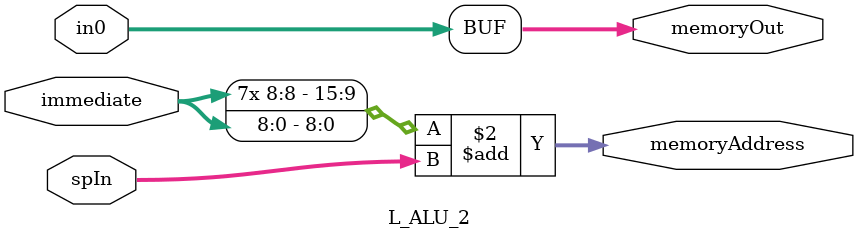
<source format=v>
module L_ALU_2 (immediate, in0, spIn, memoryAddress, memoryOut);

// Handles STRSP
// Control bits: None
// Immediate bits: instruction[11:3]
// Each ALU is responsible for sign extending their own immediate

	input [8:0] immediate;
	output reg [15:0] memoryAddress;
	
	input [15:0] in0;
	input [15:0] spIn;
	
	output reg [15:0] memoryOut;
	
	always @ (immediate or in0 or spIn) begin
		memoryOut = in0;
		memoryAddress = {{7{immediate[8]}}, immediate[8:0]} + spIn;
	end	
	
	
endmodule
</source>
